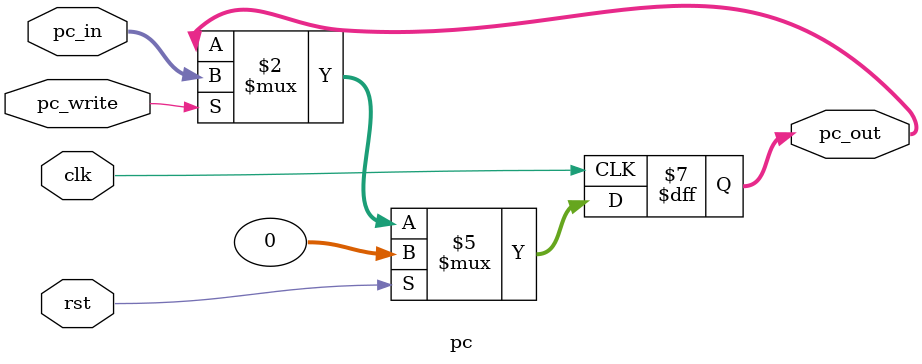
<source format=v>
`timescale 1ns / 1ps

module pc(
input rst,
input clk,
input pc_write,
input [31:0] pc_in,
output reg [31:0] pc_out
    );
    
parameter reset_addr = 32'h00000000;

always @ (posedge clk) begin
if (rst) begin
    pc_out <= reset_addr;
    end
    else if (pc_write) begin
        pc_out <= pc_in;
        end
    end
endmodule

</source>
